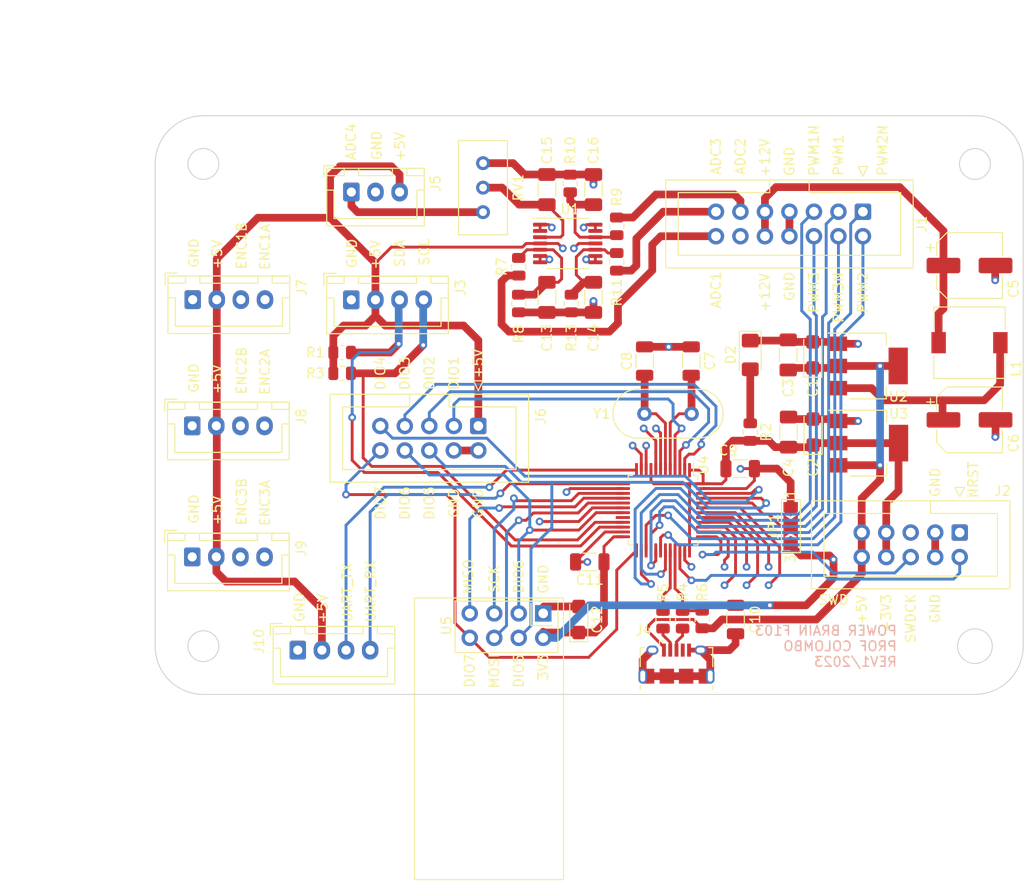
<source format=kicad_pcb>
(kicad_pcb (version 20221018) (generator pcbnew)
  (title_block (title "POWER BRAIN F103") (date "2023-11-22") (rev "REV1") (company "Instituto Tecnologico de Aeronautica (ITA)") (comment 1 "PROF. COLOMBO"))
  (layers (0 "F.Cu" signal) (1 "In1.Cu" signal) (2 "In2.Cu" signal) (31 "B.Cu" signal) (34 "B.Paste" user) (35 "F.Paste" user) (36 "B.SilkS" user "B.Silkscreen") (37 "F.SilkS" user "F.Silkscreen") (38 "B.Mask" user) (39 "F.Mask" user) (44 "Edge.Cuts" user))
  (net 0 "")
  (net 1 "+5V")
  (net 2 "GND")
  (net 3 "+3V3")
  (net 4 "/POWER_12V")
  (net 5 "+12V")
  (net 6 "/XTAL1")
  (net 7 "/XTAL2")
  (net 8 "Net-(D2-A)")
  (net 9 "/DRIVE2_GATE_LOW")
  (net 10 "/DRIVE2_GATE_HIGH")
  (net 11 "/DRIVE1_GATE_HIGH")
  (net 12 "/DRIVE3_GATE_LOW")
  (net 13 "/DRIVE1_GATE_LOW")
  (net 14 "/DRIVE3_GATE_HIGH")
  (net 15 "/DRIVE2_SENSE_IOUT")
  (net 17 "/SENSE_VBUS")
  (net 18 "/DRIVE1_SENSE_IOUT")
  (net 19 "/NRST")
  (net 20 "/SWDIO")
  (net 21 "/SWIM")
  (net 22 "/SWDCK")
  (net 23 "Net-(J4-D-)")
  (net 24 "Net-(J4-D+)")
  (net 25 "/ADC_CH4")
  (net 26 "/GPIO_CH1")
  (net 27 "/GPIO_CH2")
  (net 28 "/GPIO_CH5")
  (net 29 "/GPIO_CH3")
  (net 30 "/GPIO_CH6")
  (net 31 "/GPIO_CH4")
  (net 32 "/GPIO_CH7")
  (net 33 "/ENC1_CHB")
  (net 34 "/ENC1_CHA")
  (net 35 "/ENC2_CHB")
  (net 36 "/ENC2_CHA")
  (net 37 "/ENC3_CHB")
  (net 38 "/ENC3_CHA")
  (net 39 "/BOOT0")
  (net 40 "/USB+")
  (net 41 "/USB-")
  (net 42 "Net-(U1A-+)")
  (net 43 "Net-(U1B-+)")
  (net 44 "Net-(U1C-+)")
  (net 45 "Net-(U1D-+)")
  (net 46 "/ADC_CH1")
  (net 47 "/ADC_CH2")
  (net 48 "/ADC_CH3")
  (net 49 "/UART_TX")
  (net 50 "/UART_RX")
  (net 51 "/SPI_SCK")
  (net 52 "/SPI_MISO")
  (net 53 "/SPI_MOSI")
  (net 55 "/I2C_SCL")
  (net 56 "/I2C_SDA")
  (net 58 "/AD4")
  (footprint "Connector_JST:JST_XH_B3B-XH-A_1x03_P2.50mm_Vertical" (layer "F.Cu") (at 130.349 72.912)
    (fp_text reference "J5")
    (fp_text value "ADC_CH4")
  )
  (footprint "Connector_IDC:IDC-Header_2x05_P2.54mm_Vertical" (layer "F.Cu") (at 143.51 97.169 -90)
    (fp_text reference "J6")
    (fp_text value "GPIO")
  )
  (footprint "Capacitor_SMD:CP_Elec_6.3x7.7" (layer "F.Cu") (at 194.437 96.534)
    (fp_text reference "C6")
    (fp_text value "100uF")
  )
  (footprint "Resistor_SMD:R_0805_2012Metric" (layer "F.Cu") (at 153.035 72.023 90)
    (fp_text reference "R10")
    (fp_text value "91k")
  )
  (footprint "Capacitor_SMD:C_1206_3216Metric_Pad1.33x1.80mm_HandSolder" (layer "F.Cu") (at 155.448 72.658 90)
    (fp_text reference "C16")
    (fp_text value "10nF")
  )
  (footprint "Resistor_SMD:R_0805_2012Metric" (layer "F.Cu") (at 171.704 97.804 -90)
    (fp_text reference "R2")
    (fp_text value "470R")
  )
  (footprint "Potentiometer_THT:Potentiometer_Bourns_3296W_Vertical" (layer "F.Cu") (at 144 75 -90)
    (fp_text reference "RV1")
    (fp_text value "10k")
  )
  (footprint "Capacitor_Tantalum_SMD:CP_EIA-3216-18_Kemet-A" (layer "F.Cu") (at 178.181 89.803 90)
    (fp_text reference "C1")
    (fp_text value "10uF")
  )
  (footprint "Connector_IDC:IDC-Header_2x05_P2.54mm_Vertical" (layer "F.Cu") (at 193.421 108.218 -90)
    (fp_text reference "J2")
    (fp_text value "SWD")
  )
  (footprint "Capacitor_SMD:C_1206_3216Metric_Pad1.33x1.80mm_HandSolder" (layer "F.Cu") (at 175.674 97.804 90)
    (fp_text reference "C4")
    (fp_text value "1uF")
  )
  (footprint "Crystal:Crystal_HC49-4H_Vertical" (layer "F.Cu") (at 165.617 95.899 180)
    (fp_text reference "Y1")
    (fp_text value "16MHz")
  )
  (footprint "Package_TO_SOT_SMD:SOT-223-3_TabPin2" (layer "F.Cu") (at 183.929 98.947)
    (fp_text reference "U3")
    (fp_text value "AMS1117-3.3")
  )
  (footprint "Jumper:SolderJumper-3_P2.0mm_Open_TrianglePad1.0x1.5mm_NumberLabels" (layer "F.Cu") (at 175.895 107.551 -90)
    (fp_text reference "JP1")
    (fp_text value "~")
  )
  (footprint "LED_SMD:LED_1206_3216Metric_Pad1.42x1.75mm_HandSolder" (layer "F.Cu") (at 171.704 89.803 -90)
    (fp_text reference "D2")
    (fp_text value "LED")
  )
  (footprint "Package_QFP:LQFP-48_7x7mm_P0.5mm" (layer "F.Cu") (at 162.659 105.9085 -90)
    (fp_text reference "U4")
    (fp_text value "STM32F103C8Tx")
  )
  (footprint "Resistor_SMD:R_0805_2012Metric" (layer "F.Cu") (at 162.659 117.2585 -90)
    (fp_text reference "R5")
    (fp_text value "22R")
  )
  (footprint "Resistor_SMD:R_0805_2012Metric" (layer "F.Cu") (at 157.861 80.151 -90)
    (fp_text reference "R11")
    (fp_text value "47k")
  )
  (footprint "Connector_JST:JST_XH_B4B-XH-A_1x04_P2.50mm_Vertical" (layer "F.Cu") (at 130.342 84.088)
    (fp_text reference "J3")
    (fp_text value "I2C")
  )
  (footprint "Capacitor_SMD:C_1206_3216Metric" (layer "F.Cu") (at 170.66 101.5905)
    (fp_text reference "C9")
    (fp_text value "1uF")
  )
  (footprint "Resistor_SMD:R_0805_2012Metric" (layer "F.Cu") (at 129.3895 91.708)
    (fp_text reference "R3")
    (fp_text value "3k3")
  )
  (footprint "Package_TO_SOT_SMD:SOT-223-3_TabPin2" (layer "F.Cu") (at 183.896 90.946)
    (fp_text reference "U2")
    (fp_text value "AMS1117-5.0")
  )
  (footprint "Connector_JST:JST_XH_B4B-XH-A_1x04_P2.50mm_Vertical" (layer "F.Cu") (at 113.892 84.071)
    (fp_text reference "J7")
    (fp_text value "ENCODER")
  )
  (footprint "Capacitor_SMD:C_1206_3216Metric" (layer "F.Cu") (at 165.58 90.438 90)
    (fp_text reference "C7")
    (fp_text value "22pF")
  )
  (footprint "Capacitor_Tantalum_SMD:CP_EIA-3216-18_Kemet-A" (layer "F.Cu") (at 153.924 117.235 90)
    (fp_text reference "C12")
    (fp_text value "10uF")
  )
  (footprint "Connector_USB:USB_Micro-B_Amphenol_10118194_Horizontal" (layer "F.Cu") (at 164.056 121.81)
    (fp_text reference "J4")
    (fp_text value "USB_B_Micro")
  )
  (footprint "Connector_JST:JST_XH_B4B-XH-A_1x04_P2.50mm_Vertical" (layer "F.Cu") (at 113.845 97.152)
    (fp_text reference "J8")
    (fp_text value "ENCODER")
  )
  (footprint "Capacitor_SMD:CP_Elec_6.3x7.7" (layer "F.Cu") (at 194.437 80.532)
    (fp_text reference "C5")
    (fp_text value "100uF")
  )
  (footprint "Connector_JST:JST_XH_B4B-XH-A_1x04_P2.50mm_Vertical" (layer "F.Cu") (at 113.845 110.741)
    (fp_text reference "J9")
    (fp_text value "ENCODER")
  )
  (footprint "Resistor_SMD:R_0805_2012Metric" (layer "F.Cu") (at 157.861 76.468 90)
    (fp_text reference "R9")
    (fp_text value "47k")
  )
  (footprint "Capacitor_SMD:C_1206_3216Metric" (layer "F.Cu") (at 155.067 111.266 180)
    (fp_text reference "C11")
    (fp_text value "100nF")
  )
  (footprint "Capacitor_SMD:C_1206_3216Metric_Pad1.33x1.80mm_HandSolder" (layer "F.Cu") (at 150.622 83.834 -90)
    (fp_text reference "C13")
    (fp_text value "10nF")
  )
  (footprint "Resistor_SMD:R_0805_2012Metric" (layer "F.Cu") (at 166.723 117.235 -90)
    (fp_text reference "R6")
    (fp_text value "1k5")
  )
  (footprint "Capacitor_SMD:C_1206_3216Metric" (layer "F.Cu") (at 170.18 117.235 -90)
    (fp_text reference "C10")
    (fp_text value "100nF")
  )
  (footprint "Resistor_SMD:R_0805_2012Metric" (layer "F.Cu") (at 147.701 80.659 -90)
    (fp_text reference "R7")
    (fp_text value "47k")
  )
  (footprint "Resistor_SMD:R_0805_2012Metric" (layer "F.Cu") (at 147.701 84.469 -90)
    (fp_text reference "R8")
    (fp_text value "91k")
  )
  (footprint "Package_SO:TSSOP-14_4.4x5mm_P0.65mm" (layer "F.Cu") (at 152.781 78.246)
    (fp_text reference "U1")
    (fp_text value "LM324")
  )
  (footprint "Inductor_SMD:L_7.3x7.3_H4.5" (layer "F.Cu") (at 194.437 88.533)
    (fp_text reference "L1")
    (fp_text value "100uH")
  )
  (footprint "Capacitor_Tantalum_SMD:CP_EIA-3216-18_Kemet-A" (layer "F.Cu") (at 178.214 97.804 90)
    (fp_text reference "C2")
    (fp_text value "10uF")
  )
  (footprint "RF_Module:nRF24L01_Breakout" (layer "F.Cu") (at 150.241 116.6 -90)
    (fp_text reference "U5")
    (fp_text value "NRF24L01")
  )
  (footprint "Connector_IDC:IDC-Header_2x07_P2.54mm_Vertical" (layer "F.Cu") (at 183.388 74.9535 -90)
    (fp_text reference "J1")
    (fp_text value "Conn_02x07_Odd_Even")
  )
  (footprint "Capacitor_SMD:C_1206_3216Metric_Pad1.33x1.80mm_HandSolder" (layer "F.Cu") (at 155.448 83.834 -90)
    (fp_text reference "C14")
    (fp_text value "10nF")
  )
  (footprint "Capacitor_SMD:C_1206_3216Metric_Pad1.33x1.80mm_HandSolder" (layer "F.Cu") (at 175.641 89.803 90)
    (fp_text reference "C3")
    (fp_text value "1uF")
  )
  (footprint "Connector_JST:JST_XH_B4B-XH-A_1x04_P2.50mm_Vertical" (layer "F.Cu") (at 124.794 120.41)
    (fp_text reference "J10")
    (fp_text value "UART")
  )
  (footprint "Capacitor_SMD:C_1206_3216Metric" (layer "F.Cu") (at 160.754 90.438 90)
    (fp_text reference "C8")
    (fp_text value "22pF")
  )
  (footprint "Resistor_SMD:R_0805_2012Metric" (layer "F.Cu") (at 164.691 117.2585 -90)
    (fp_text reference "R4")
    (fp_text value "22R")
  )
  (footprint "Resistor_SMD:R_0805_2012Metric" (layer "F.Cu") (at 153.162 84.469 -90)
    (fp_text reference "R13")
    (fp_text value "91k")
  )
  (footprint "Resistor_SMD:R_0805_2012Metric" (layer "F.Cu") (at 129.3895 89.549)
    (fp_text reference "R1")
    (fp_text value "3k3")
  )
  (footprint "Capacitor_SMD:C_1206_3216Metric_Pad1.33x1.80mm_HandSolder" (layer "F.Cu") (at 150.622 72.658 90)
    (fp_text reference "C15")
    (fp_text value "10nF")
  )
  (gr_arc (start 110 70) (mid 111.464466 66.464466) (end 115 65) (stroke (width 0.1)) (layer "Edge.Cuts"))
  (gr_arc (start 195 65) (mid 198.535534 66.464466) (end 200 70) (stroke (width 0.1)) (layer "Edge.Cuts"))
  (gr_line (start 115 65) (end 195 65) (stroke (width 0.1)) (layer "Edge.Cuts"))
  (gr_circle (center 115 70) (end 116.6 70) (stroke (width 0.1)) (fill none) (layer "Edge.Cuts"))
  (gr_circle (center 195 70) (end 196.6 70) (stroke (width 0.1)) (fill none) (layer "Edge.Cuts"))
  (gr_arc (start 115 125) (mid 111.464466 123.535534) (end 110 120) (stroke (width 0.1)) (layer "Edge.Cuts"))
  (gr_line (start 110 120) (end 110 70) (stroke (width 0.1)) (layer "Edge.Cuts"))
  (gr_circle (center 195 120) (end 195 121.8) (stroke (width 0.1)) (fill none) (layer "Edge.Cuts"))
  (gr_circle (center 115 120) (end 116.6 120) (stroke (width 0.1)) (fill none) (layer "Edge.Cuts"))
  (gr_line (start 195 125) (end 115 125) (stroke (width 0.1)) (layer "Edge.Cuts"))
  (gr_arc (start 200 120) (mid 198.535534 123.535534) (end 195 125) (stroke (width 0.1)) (layer "Edge.Cuts"))
  (gr_line (start 200 70) (end 200 120) (stroke (width 0.1)) (layer "Edge.Cuts"))
  (gr_text "POWER BRAIN F103\nPROF COLOMBO\nREV1/2023" (at 187 122.2) (layer "B.SilkS") (effects (font (size 1 1)) (justify left bottom mirror)))
  (gr_text "ENC2A" (at 121.385 91.564 90) (layer "F.SilkS") (effects (font (size 1 1))))
  (gr_text "DIO1" (at 140.97 91.708 90) (layer "F.SilkS") (effects (font (size 1 1))))
  (gr_text "DIO4" (at 133.35 91.708 90) (layer "F.SilkS") (effects (font (size 1 1))))
  (gr_text "DIO6" (at 135.89 105.17 90) (layer "F.SilkS") (effects (font (size 1 1))))
  (gr_text "PWM2" (at 183.388 83.326 90) (layer "F.SilkS") (effects (font (size 1 1))))
  (gr_text "GND" (at 175.768 69.737 90) (layer "F.SilkS") (effects (font (size 1 1))))
  (gr_text "+5V" (at 183.261 116.219 90) (layer "F.SilkS") (effects (font (size 1 1))))
  (gr_text "PWM3N" (at 180.848 83.834 90) (layer "F.SilkS") (effects (font (size 1 1))))
  (gr_text "+12V" (at 173.228 83.326 90) (layer "F.SilkS") (effects (font (size 1 1))))
  (gr_text "MISO" (at 142.494 112.79 90) (layer "F.SilkS") (effects (font (size 1 1))))
  (gr_text "DIO7" (at 133.35 105.17 90) (layer "F.SilkS") (effects (font (size 1 1))))
  (gr_text "GND" (at 114.019 105.788 90) (layer "F.SilkS") (effects (font (size 1 1))))
  (gr_text "PWM2N" (at 185.42 68.594 90) (layer "F.SilkS") (effects (font (size 1 1))))
  (gr_text "GND" (at 124.968 115.965 90) (layer "F.SilkS") (effects (font (size 1 1))))
  (gr_text "3V3" (at 150.241 122.188 90) (layer "F.SilkS") (effects (font (size 1 1))))
  (gr_text "+12V" (at 173.228 69.356 90) (layer "F.SilkS") (effects (font (size 1 1))))
  (gr_text "+5V" (at 143.51 90.692 90) (layer "F.SilkS") (effects (font (size 1 1))))
  (gr_text "ENC1B" (at 118.972 78.483 90) (layer "F.SilkS") (effects (font (size 1 1))))
  (gr_text "DIO5" (at 138.43 105.17 90) (layer "F.SilkS") (effects (font (size 1 1))))
  (gr_text "DIO3" (at 135.89 91.708 90) (layer "F.SilkS") (effects (font (size 1 1))))
  (gr_text "UART_RX" (at 132.334 114.314 90) (layer "F.SilkS") (effects (font (size 1 1))))
  (gr_text "SWDCK" (at 188.341 117.108 90) (layer "F.SilkS") (effects (font (size 1 1))))
  (gr_text "GND" (at 190.881 103.011 90) (layer "F.SilkS") (effects (font (size 1 1))))
  (gr_text "+5V" (at 135.389 68.213 90) (layer "F.SilkS") (effects (font (size 1 1))))
  (gr_text "SCL" (at 137.902 79.152 90) (layer "F.SilkS") (effects (font (size 1 1))))
  (gr_text "ADC2" (at 170.688 69.229 90) (layer "F.SilkS") (effects (font (size 1 1))))
  (gr_text "+5V" (at 116.432 105.915 90) (layer "F.SilkS") (effects (font (size 1 1))))
  (gr_text "ADC4" (at 130.309 67.705 90) (layer "F.SilkS") (effects (font (size 1 1))))
  (gr_text "+5V" (at 116.432 79.372 90) (layer "F.SilkS") (effects (font (size 1 1))))
  (gr_text "ENC3A" (at 121.385 105.153 90) (layer "F.SilkS") (effects (font (size 1 1))))
  (gr_text "ADC3" (at 168.148 69.229 90) (layer "F.SilkS") (effects (font (size 1 1))))
  (gr_text "PWM3" (at 178.308 83.326 90) (layer "F.SilkS") (effects (font (size 1 1))))
  (gr_text "ENC2B" (at 118.972 91.437 90) (layer "F.SilkS") (effects (font (size 1 1))))
  (gr_text "UART_TX" (at 129.921 114.441 90) (layer "F.SilkS") (effects (font (size 1 1))))
  (gr_text "+5V" (at 116.432 92.326 90) (layer "F.SilkS") (effects (font (size 1 1))))
  (gr_text "DIO5" (at 147.701 122.569 90) (layer "F.SilkS") (effects (font (size 1 1))))
  (gr_text "NRST" (at 194.818 102.757 90) (layer "F.SilkS") (effects (font (size 1 1))))
  (gr_text "MOSI" (at 145.161 122.569 90) (layer "F.SilkS") (effects (font (size 1 1))))
  (gr_text "GND" (at 150.241 113.044 90) (layer "F.SilkS") (effects (font (size 1 1))))
  (gr_text "DIO7" (at 142.621 122.569 90) (layer "F.SilkS") (effects (font (size 1 1))))
  (gr_text "GND" (at 114.019 79.245 90) (layer "F.SilkS") (effects (font (size 1 1))))
  (gr_text "GND" (at 114.019 92.199 90) (layer "F.SilkS") (effects (font (size 1 1))))
  (gr_text "PWM1" (at 180.848 69.102 90) (layer "F.SilkS") (effects (font (size 1 1))))
  (gr_text "PWM1N" (at 178.308 68.594 90) (layer "F.SilkS") (effects (font (size 1 1))))
  (gr_text "GND" (at 190.881 116.092 90) (layer "F.SilkS") (effects (font (size 1 1))))
  (gr_text "GND" (at 175.768 82.691 90) (layer "F.SilkS") (effects (font (size 1 1))))
  (gr_text "SDA" (at 135.362 79.279 90) (layer "F.SilkS") (effects (font (size 1 1))))
  (gr_text "+5V" (at 132.822 79.406 90) (layer "F.SilkS") (effects (font (size 1 1))))
  (gr_text "GND" (at 132.976 68.086 90) (layer "F.SilkS") (effects (font (size 1 1))))
  (gr_text "GND" (at 130.409 79.279 90) (layer "F.SilkS") (effects (font (size 1 1))))
  (gr_text "GND" (at 140.97 105.17 90) (layer "F.SilkS") (effects (font (size 1 1))))
  (gr_text "DIO2" (at 138.43 91.708 90) (layer "F.SilkS") (effects (font (size 1 1))))
  (gr_text "+3V3" (at 185.801 116.6 90) (layer "F.SilkS") (effects (font (size 1 1))))
  (gr_text "DIO6" (at 147.701 112.79 90) (layer "F.SilkS") (effects (font (size 1 1))))
  (gr_text "GND" (at 143.51 105.17 90) (layer "F.SilkS") (effects (font (size 1 1))))
  (gr_text "ADC1" (at 168.148 83.072 90) (layer "F.SilkS") (effects (font (size 1 1))))
  (gr_text "SWD" (at 180.34 115.203) (layer "F.SilkS") (effects (font (size 1 1))))
  (gr_text "SCK" (at 145.161 113.044 90) (layer "F.SilkS") (effects (font (size 1 1))))
  (gr_text "ENC3B" (at 118.972 105.026 90) (layer "F.SilkS") (effects (font (size 1 1))))
  (gr_text "ENC1A" (at 121.385 78.61 90) (layer "F.SilkS") (effects (font (size 1 1))))
  (gr_text "+5V" (at 127.381 116.092 90) (layer "F.SilkS") (effects (font (size 1 1))))
  (segment (start 185.166 102.757) (end 185.166 101.233) (width 0.8) (layer "F.Cu") (net 1))
  (segment (start 151.765 78.246) (end 149.9185 78.246) (width 0.3) (layer "F.Cu") (net 1))
  (segment (start 180.746 90.946) (end 185.166 90.946) (width 0.8) (layer "F.Cu") (net 1))
  (segment (start 141.986 86.755) (end 143.51 88.279) (width 0.8) (layer "F.Cu") (net 1))
  (segment (start 167.8705 118.1475) (end 168.783 117.235) (width 0.8) (layer "F.Cu") (net 1))
  (segment (start 128.477 89.549) (end 128.477 91.708) (width 0.8) (layer "F.Cu") (net 1))
  (segment (start 128.143 75.579) (end 132.842 80.278) (width 0.8) (layer "F.Cu") (net 1))
  (segment (start 117.348 113.298) (end 116.345 112.295) (width 0.8) (layer "F.Cu") (net 1))
  (segment (start 124.46 113.298) (end 117.348 113.298) (width 0.8) (layer "F.Cu") (net 1))
  (segment (start 127.294 120.41) (end 127.294 116.132) (width 0.8) (layer "F.Cu") (net 1))
  (segment (start 183.261 108.218) (end 183.261 110.758) (width 0.8) (layer "F.Cu") (net 1))
  (segment (start 133.858 86.755) (end 141.986 86.755) (width 0.8) (layer "F.Cu") (net 1))
  (segment (start 135.349 72.912) (end 135.349 71.101) (width 0.8) (layer "F.Cu") (net 1))
  (segment (start 116.345 112.295) (end 116.345 110.741) (width 0.8) (layer "F.Cu") (net 1))
  (segment (start 178.181 91.153) (end 175.8535 91.153) (width 0.8) (layer "F.Cu") (net 1))
  (segment (start 120.65 75.579) (end 128.143 75.579) (width 0.8) (layer "F.Cu") (net 1))
  (segment (start 162.756 120.098) (end 161.163 118.505) (width 0.3) (layer "F.Cu") (net 1))
  (segment (start 134.493 70.245) (end 129.159 70.245) (width 0.8) (layer "F.Cu") (net 1))
  (segment (start 116.392 79.837) (end 120.65 75.579) (width 0.8) (layer "F.Cu") (net 1))
  (segment (start 152.273 78.754) (end 151.765 78.246) (width 0.3) (layer "F.Cu") (net 1))
  (segment (start 132.842 85.739) (end 133.858 86.755) (width 0.8) (layer "F.Cu") (net 1))
  (segment (start 162.756 120.41) (end 162.756 120.098) (width 0.3) (layer "F.Cu") (net 1))
  (segment (start 129.54 86.755) (end 131.826 86.755) (width 0.8) (layer "F.Cu") (net 1))
  (segment (start 161.163 118.505) (end 161.163 117.87) (width 0.3) (layer "F.Cu") (net 1))
  (segment (start 128.477 87.818) (end 129.54 86.755) (width 0.8) (layer "F.Cu") (net 1))
  (segment (start 132.842 84.088) (end 132.842 85.739) (width 0.8) (layer "F.Cu") (net 1))
  (segment (start 183.261 108.218) (end 183.261 104.662) (width 0.8) (layer "F.Cu") (net 1))
  (segment (start 175.8535 91.153) (end 175.641 91.3655) (width 0.8) (layer "F.Cu") (net 1))
  (segment (start 149.9185 78.246) (end 148.463 78.246) (width 0.3) (layer "F.Cu") (net 1))
  (segment (start 161.798 117.235) (end 165.8105 117.235) (width 0.3) (layer "F.Cu") (net 1))
  (segment (start 165.8105 117.235) (end 166.723 118.1475) (width 0.3) (layer "F.Cu") (net 1))
  (segment (start 166.723 118.1475) (end 167.8705 118.1475) (width 0.8) (layer "F.Cu") (net 1))
  (segment (start 129.159 70.245) (end 128.143 71.261) (width 0.8) (layer "F.Cu") (net 1))
  (segment (start 132.842 80.278) (end 132.842 84.088) (width 0.8) (layer "F.Cu") (net 1))
  (segment (start 143.51 88.279) (end 143.51 97.169) (width 0.8) (layer "F.Cu") (net 1))
  (segment (start 148.082 78.627) (end 134.493 78.627) (width 0.3) (layer "F.Cu") (net 1))
  (segment (start 183.261 112.536) (end 183.261 110.758) (width 0.8) (layer "F.Cu") (net 1))
  (segment (start 178.181 91.153) (end 180.539 91.153) (width 0.8) (layer "F.Cu") (net 1))
  (segment (start 131.826 86.755) (end 132.842 85.739) (width 0.8) (layer "F.Cu") (net 1))
  (segment (start 116.392 84.071) (end 116.392 110.694) (width 0.8) (layer "F.Cu") (net 1))
  (segment (start 135.349 71.101) (end 134.493 70.245) (width 0.8) (layer "F.Cu") (net 1))
  (segment (start 134.493 78.627) (end 132.842 80.278) (width 0.3) (layer "F.Cu") (net 1))
  (segment (start 185.166 90.946) (end 187.046 90.946) (width 0.8) (layer "F.Cu") (net 1))
  (segment (start 168.783 117.235) (end 178.562 117.235) (width 0.8) (layer "F.Cu") (net 1))
  (segment (start 116.392 84.071) (end 116.392 79.837) (width 0.8) (layer "F.Cu") (net 1))
  (segment (start 180.539 91.153) (end 180.746 90.946) (width 0.8) (layer "F.Cu") (net 1))
  (segment (start 128.477 89.549) (end 128.477 87.818) (width 0.8) (layer "F.Cu") (net 1))
  (segment (start 128.143 71.261) (end 128.143 75.579) (width 0.8) (layer "F.Cu") (net 1))
  (segment (start 161.163 117.87) (end 161.798 117.235) (width 0.3) (layer "F.Cu") (net 1))
  (segment (start 183.261 104.662) (end 185.166 102.757) (width 0.8) (layer "F.Cu") (net 1))
  (segment (start 185.166 101.233) (end 180.793 101.233) (width 0.8) (layer "F.Cu") (net 1))
  (segment (start 178.562 117.235) (end 183.261 112.536) (width 0.8) (layer "F.Cu") (net 1))
  (segment (start 148.463 78.246) (end 148.082 78.627) (width 0.3) (layer "F.Cu") (net 1))
  (segment (start 127.294 116.132) (end 124.46 113.298) (width 0.8) (layer "F.Cu") (net 1))
  (via (at 185.166 90.946) (size 0.8) (drill 0.4) (layers "F.Cu" "B.Cu") (net 1))
  (via (at 152.273 78.754) (size 0.8) (drill 0.4) (layers "F.Cu" "B.Cu") (net 1))
  (via (at 185.166 101.233) (size 0.8) (drill 0.4) (layers "F.Cu" "B.Cu") (net 1))
  (segment (start 185.166 90.946) (end 185.166 101.233) (width 0.8) (layer "B.Cu") (net 1))
  (segment (start 163.244 88.963) (end 165.58 88.963) (width 0.8) (layer "F.Cu") (net 2))
  (segment (start 178.214 96.454) (end 175.8865 96.454) (width 0.8) (layer "F.Cu") (net 2))
  (segment (start 180.746 88.646) (end 182.866 88.646) (width 0.8) (layer "F.Cu") (net 2))
  (segment (start 182.866 88.646) (end 182.88 88.66) (width 0.8) (layer "F.Cu") (net 2))
  (segment (start 169.545 120.41) (end 170.18 119.775) (width 0.8) (layer "F.Cu") (net 2))
  (segment (start 166.8215 103.6585) (end 171.3105 103.6585) (width 0.3) (layer "F.Cu") (net 2))
  (segment (start 180.553 88.453) (end 180.746 88.646) (width 0.8) (layer "F.Cu") (net 2))
  (segment (start 175.8535 88.453) (end 175.641 88.2405) (width 0.8) (layer "F.Cu") (net 2))
  (segment (start 175.8865 96.454) (end 175.674 96.2415) (width 0.8) (layer "F.Cu") (net 2))
  (segment (start 175.768 74.9535) (end 175.768 77.4935) (width 0.8) (layer "F.Cu") (net 2))
  (segment (start 164.909 111.075) (end 164.909 110.071) (width 0.3) (layer "F.Cu") (net 2))
  (segment (start 148.2975 71.0955) (end 147.122 69.92) (width 0.8) (layer "F.Cu") (net 2))
  (segment (start 166.556 120.41) (end 169.545 120.41) (width 0.8) (layer "F.Cu") (net 2))
  (segment (start 160.655 97.423) (end 161.909 98.677) (width 0.3) (layer "F.Cu") (net 2))
  (segment (start 155.448 71.0955) (end 148.2975 71.0955) (width 0.8) (layer "F.Cu") (net 2))
  (segment (start 170.18 119.775) (end 170.18 118.71) (width 0.8) (layer "F.Cu") (net 2))
  (segment (start 153.592 111.266) (end 154.813 111.266) (width 0.3) (layer "F.Cu") (net 2))
  (segment (start 158.4965 108.1585) (end 156.6505 108.1585) (width 0.3) (layer "F.Cu") (net 2))
  (segment (start 190.881 108.218) (end 190.881 110.758) (width 0.8) (layer "F.Cu") (net 2))
  (segment (start 150.321 115.885) (end 150.241 115.965) (width 0.8) (layer "F.Cu") (net 2))
  (segment (start 140.97 99.709) (end 143.51 99.709) (width 0.8) (layer "F.Cu") (net 2))
  (segment (start 163.244 88.963) (end 160.754 88.963) (width 0.8) (layer "F.Cu") (net 2))
  (segment (start 167.556 121.41) (end 166.556 120.41) (width 0.8) (layer "F.Cu") (net 2))
  (segment (start 180.586 96.454) (end 180.779 96.647) (width 0.8) (layer "F.Cu") (net 2))
  (segment (start 156.6505 108.1585) (end 153.592 111.217) (width 0.3) (layer "F.Cu") (net 2))
  (segment (start 155.448 85.3965) (end 155.448 84.215) (width 0.8) (layer "F.Cu") (net 2))
  (segment (start 160.556 123.11) (end 167.556 123.11) (width 0.8) (layer "F.Cu") (net 2))
  (segment (start 178.181 88.453) (end 175.8535 88.453) (width 0.8) (layer "F.Cu") (net 2))
  (segment (start 197.137 96.534) (end 197.137 98.279) (width 0.8) (layer "F.Cu") (net 2))
  (segment (start 147.122 69.92) (end 144 69.92) (width 0.8) (layer "F.Cu") (net 2))
  (segment (start 171.3105 103.6585) (end 172.135 102.834) (width 0.3) (layer "F.Cu") (net 2))
  (segment (start 172.135 102.834) (end 172.135 101.5905) (width 0.3) (layer "F.Cu") (net 2))
  (segment (start 147.716 85.3965) (end 147.701 85.3815) (width 0.8) (layer "F.Cu") (net 2))
  (segment (start 172.135 101.5905) (end 174.4745 101.5905) (width 0.8) (layer "F.Cu") (net 2))
  (segment (start 182.866 96.647) (end 182.88 96.661) (width 0.8) (layer "F.Cu") (net 2))
  (segment (start 170.7115 101.5905) (end 170.688 101.614) (width 0.3) (layer "F.Cu") (net 2))
  (segment (start 178.181 88.453) (end 180.553 88.453) (width 0.8) (layer "F.Cu") (net 2))
  (segment (start 180.779 96.647) (end 182.866 96.647) (width 0.8) (layer "F.Cu") (net 2))
  (segment (start 175.895 103.011) (end 175.895 105.551) (width 0.8) (layer "F.Cu") (net 2))
  (segment (start 153.924 115.885) (end 150.321 115.885) (width 0.8) (layer "F.Cu") (net 2))
  (segment (start 155.448 85.3965) (end 147.716 85.3965) (width 0.8) (layer "F.Cu") (net 2))
  (segment (start 153.924 78.246) (end 153.416 78.754) (width 0.3) (layer "F.Cu") (net 2))
  (segment (start 155.6435 78.246) (end 153.924 78.246) (width 0.3) (layer "F.Cu") (net 2))
  (segment (start 197.104 82.056) (end 197.104 80.692) (width 0.8) (layer "F.Cu") (net 2))
  (segment (start 178.214 96.454) (end 180.586 96.454) (width 0.8) (layer "F.Cu") (net 2))
  (segment (start 171.704 88.3155) (end 175.566 88.3155) (width 0.8) (layer "F.Cu") (net 2))
  (segment (start 160.556 123.11) (end 160.556 121.41) (width 0.8) (layer "F.Cu") (net 2))
  (segment (start 160.556 121.41) (end 161.556 120.41) (width 0.8) (layer "F.Cu") (net 2))
  (segment (start 172.135 101.5905) (end 170.7115 101.5905) (width 0.3) (layer "F.Cu") (net 2))
  (segment (start 165.481 120.41) (end 166.556 120.41) (width 0.5) (layer "F.Cu") (net 2))
  (segment (start 153.592 111.217) (end 153.592 111.266) (width 0.3) (layer "F.Cu") (net 2))
  (segment (start 175.566 88.3155) (end 175.641 88.2405) (width 0.8) (layer "F.Cu") (net 2))
  (segment (start 161.909 98.677) (end 161.909 101.746) (width 0.3) (layer "F.Cu") (net 2))
  (segment (start 174.4745 101.5905) (end 175.895 103.011) (width 0.8) (layer "F.Cu") (net 2))
  (segment (start 165.608 111.774) (end 164.909 111.075) (width 0.3) (layer "F.Cu") (net 2))
  (segment (start 167.556 123.11) (end 167.556 121.41) (width 0.8) (layer "F.Cu") (net 2))
  (segment (start 155.448 71.0955) (end 155.448 72.15) (width 0.8) (layer "F.Cu") (net 2))
  (via (at 197.104 98.312) (size 0.8) (drill 0.4) (layers "F.Cu" "B.Cu") (net 2))
  (via (at 182.88 96.661) (size 0.8) (drill 0.4) (layers "F.Cu" "B.Cu") (net 2))
  (via (at 163.244 88.963) (size 0.8) (drill 0.4) (layers "F.Cu" "B.Cu") (net 2))
  (via (at 197.104 82.056) (size 0.8) (drill 0.4) (layers "F.Cu" "B.Cu") (net 2))
  (via (at 182.88 88.66) (size 0.8) (drill 0.4) (layers "F.Cu" "B.Cu") (net 2))
  (via (at 170.688 101.614) (size 0.8) (drill 0.4) (layers "F.Cu" "B.Cu") (net 2))
  (via (at 165.608 111.774) (size 0.8) (drill 0.4) (layers "F.Cu" "B.Cu") (net 2))
  (via (at 160.655 97.423) (size 0.8) (drill 0.4) (layers "F.Cu" "B.Cu") (net 2))
  (via (at 153.416 78.754) (size 0.8) (drill 0.4) (layers "F.Cu" "B.Cu") (net 2))
  (via (at 154.813 111.266) (size 0.8) (drill 0.4) (layers "F.Cu" "B.Cu") (net 2))
  (via (at 155.448 72.15) (size 0.8) (drill 0.4) (layers "F.Cu" "B.Cu") (net 2))
  (via (at 155.448 84.215) (size 0.8) (drill 0.4) (layers "F.Cu" "B.Cu") (net 2))
  (segment (start 175.674 99.3665) (end 178.0015 99.3665) (width 0.8) (layer "F.Cu") (net 3))
  (segment (start 178.0015 99.3665) (end 178.214 99.154) (width 0.8) (layer "F.Cu") (net 3))
  (segment (start 153.924 118.585) (end 150.321 118.585) (width 0.8) (layer "F.Cu") (net 3))
  (segment (start 161.6915 103.1585) (end 165.354 103.1585) (width 0.3) (layer "F.Cu") (net 3))
  (segment (start 173.6325 98.7165) (end 174.2825 99.3665) (width 0.8) (layer "F.Cu") (net 3))
  (segment (start 156.542 117.665) (end 155.622 118.585) (width 0.8) (layer "F.Cu") (net 3))
  (segment (start 155.622 118.585) (end 153.924 118.585) (width 0.8) (layer "F.Cu") (net 3))
  (segment (start 176.943 110.599) (end 179.927 110.599) (width 0.8) (layer "F.Cu") (net 3))
  (segment (start 166.8215 103.1585) (end 166.8215 102.1925) (width 0.3) (layer "F.Cu") (net 3))
  (segment (start 156.542 111.266) (end 156.542 117.665) (width 0.8) (layer "F.Cu") (net 3))
  (segment (start 179.927 110.599) (end 180.34 111.012) (width 0.8) (layer "F.Cu") (net 3))
  (segment (start 187.079 98.947) (end 187.079 103.892) (width 0.8) (layer "F.Cu") (net 3))
  (segment (start 156.542 109.664) (end 156.542 111.266) (width 0.3) (layer "F.Cu") (net 3))
  (segment (start 157.5475 108.6585) (end 156.542 109.664) (width 0.3) (layer "F.Cu") (net 3))
  (segment (start 158.4965 108.6585) (end 157.5475 108.6585) (width 0.3) (layer "F.Cu") (net 3))
  (segment (start 165.354 103.1585) (end 166.8215 103.1585) (width 0.3) (layer "F.Cu") (net 3))
  (segment (start 180.779 98.947) (end 178.421 98.947) (width 0.8) (layer "F.Cu") (net 3))
  (segment (start 166.8215 102.1925) (end 166.375 101.746) (width 0.3) (layer "F.Cu") (net 3))
  (segment (start 171.831 98.7165) (end 171.8075 98.693) (width 0.8) (layer "F.Cu") (net 3))
  (segment (start 165.409 110.071) (end 165.409 103.2135) (width 0.3) (layer "F.Cu") (net 3))
  (segment (start 169.185 102.736) (end 168.7625 103.1585) (width 0.3) (layer "F.Cu") (net 3))
  (segment (start 169.185 101.5905) (end 169.185 102.736) (width 0.3) (layer "F.Cu") (net 3))
  (segment (start 161.409 101.746) (end 161.409 102.876) (width 0.3) (layer "F.Cu") (net 3))
  (segment (start 180.779 98.947) (end 187.079 98.947) (width 0.8) (layer "F.Cu") (net 3))
  (segment (start 178.421 98.947) (end 178.214 99.154) (width 0.8) (layer "F.Cu") (net 3))
  (segment (start 168.7625 103.1585) (end 166.8215 103.1585) (width 0.3) (layer "F.Cu") (net 3))
  (segment (start 169.185 99.434) (end 169.185 101.5905) (width 0.8) (layer "F.Cu") (net 3))
  (segment (start 180.34 112.917) (end 177.497 115.76) (width 0.8) (layer "F.Cu") (net 3))
  (segment (start 185.801 108.218) (end 185.801 110.758) (width 0.8) (layer "F.Cu") (net 3))
  (segment (start 187.079 103.892) (end 185.801 105.17) (width 0.8) (layer "F.Cu") (net 3))
  (segment (start 185.801 105.17) (end 185.801 108.218) (width 0.8) (layer "F.Cu") (net 3))
  (segment (start 161.409 102.876) (end 161.6915 103.1585) (width 0.3) (layer "F.Cu") (net 3))
  (segment (start 166.375 101.746) (end 165.409 101.746) (width 0.3) (layer "F.Cu") (net 3))
  (segment (start 177.497 115.76) (end 170.18 115.76) (width 0.8) (layer "F.Cu") (net 3))
  (segment (start 180.34 111.012) (end 180.34 112.917) (width 0.8) (layer "F.Cu") (net 3))
  (segment (start 150.321 118.585) (end 150.241 118.505) (width 0.8) (layer "F.Cu") (net 3))
  (segment (start 169.926 98.693) (end 169.185 99.434) (width 0.8) (layer "F.Cu") (net 3))
  (segment (start 171.831 98.7165) (end 173.6325 98.7165) (width 0.8) (layer "F.Cu") (net 3))
  (segment (start 171.8075 98.693) (end 169.926 98.693) (width 0.8) (layer "F.Cu") (net 3))
  (segment (start 175.895 109.551) (end 176.943 110.599) (width 0.8) (layer "F.Cu") (net 3))
  (segment (start 174.2825 99.3665) (end 175.674 99.3665) (width 0.8) (layer "F.Cu") (net 3))
  (via (at 173.736 115.76) (size 0.8) (drill 0.4) (layers "F.Cu" "B.Cu") (net 3))
  (via (at 180.34 111.012) (size 0.8) (drill 0.4) (layers "F.Cu" "B.Cu") (net 3))
  (segment (start 173.736 115.76) (end 155.018 115.76) (width 0.8) (layer "B.Cu") (net 3))
  (segment (start 151.638 119.14) (end 150.241 119.14) (width 0.8) (layer "B.Cu") (net 3))
  (segment (start 155.018 115.76) (end 151.638 119.14) (width 0.8) (layer "B.Cu") (net 3))
  (segment (start 173.228 77.4935) (end 173.228 74.9535) (width 0.8) (layer "F.Cu") (net 4))
  (segment (start 173.228 73.547) (end 173.228 74.9535) (width 0.8) (layer "F.Cu") (net 4))
  (segment (start 191.237 85.51) (end 191.737 85.01) (width 0.8) (layer "F.Cu") (net 4))
  (segment (start 187.198 72.404) (end 174.371 72.404) (width 0.8) (layer "F.Cu") (net 4))
  (segment (start 191.737 85.01) (end 191.737 76.943) (width 0.8) (layer "F.Cu") (net 4))
  (segment (start 191.237 88.533) (end 191.237 85.51) (width 0.8) (layer "F.Cu") (net 4))
  (segment (start 191.737 76.943) (end 187.198 72.404) (width 0.8) (layer "F.Cu") (net 4))
  (segment (start 174.371 72.404) (end 173.228 73.547) (width 0.8) (layer "F.Cu") (net 4))
  (segment (start 195.961 94.502) (end 197.612 92.851) (width 0.8) (layer "F.Cu") (net 5))
  (segment (start 180.746 93.246) (end 184.291 93.246) (width 0.8) (layer "F.Cu") (net 5))
  (segment (start 184.291 93.246) (end 185.547 94.502) (width 0.8) (layer "F.Cu") (net 5))
  (segment (start 185.547 94.502) (end 195.961 94.502) (width 0.8) (layer "F.Cu") (net 5))
  (segment (start 197.612 88.558) (end 197.637 88.533) (width 0.8) (layer "F.Cu") (net 5))
  (segment (start 191.643 96.534) (end 191.643 94.502) (width 0.8) (layer "F.Cu") (net 5))
  (segment (start 197.612 92.851) (end 197.612 88.558) (width 0.8) (layer "F.Cu") (net 5))
  (segment (start 164.338 95.899) (end 165.617 95.899) (width 0.3) (layer "F.Cu") (net 6))
  (segment (start 163.409 96.828) (end 164.338 95.899) (width 0.3) (layer "F.Cu") (net 6))
  (segment (start 163.409 101.746) (end 163.409 96.828) (width 0.3) (layer "F.Cu") (net 6))
  (segment (start 165.617 95.899) (end 165.617 91.95) (width 0.8) (layer "F.Cu") (net 6))
  (segment (start 160.754 91.913) (end 160.754 95.882) (width 0.8) (layer "F.Cu") (net 7))
  (segment (start 162.909 101.746) (end 162.909 96.883) (width 0.3) (layer "F.Cu") (net 7))
  (segment (start 161.925 95.899) (end 160.737 95.899) (width 0.3) (layer "F.Cu") (net 7))
  (segment (start 162.909 96.883) (end 161.925 95.899) (width 0.3) (layer "F.Cu") (net 7))
  (segment (start 171.704 91.2905) (end 171.704 96.8915) (width 0.8) (layer "F.Cu") (net 8))
  (segment (start 163.195 106.44) (end 161.925 106.44) (width 0.3) (layer "F.Cu") (net 9))
  (segment (start 161.925 106.44) (end 160.909 107.456) (width 0.3) (layer "F.Cu") (net 9))
  (segment (start 160.909 107.456) (end 160.909 110.071) (width 0.3) (layer "F.Cu") (net 9))
  (via (at 163.195 106.44) (size 0.8) (drill 0.4) (layers "F.Cu" "B.Cu") (net 9))
  (segment (start 180.467 87.136) (end 182.118 85.485) (width 0.3) (layer "B.Cu") (net 9))
  (segment (start 180.467 106.623) (end 180.467 87.136) (width 0.3) (layer "B.Cu") (net 9))
  (segment (start 178.237 108.853) (end 180.467 106.623) (width 0.3) (layer "B.Cu") (net 9))
  (segment (start 163.195 106.44) (end 165.608 108.853) (width 0.3) (layer "B.Cu") (net 9))
  (segment (start 182.118 76.214) (end 183.3785 74.9535) (width 0.3) (layer "B.Cu") (net 9))
  (segment (start 183.3785 74.9535) (end 183.388 74.9535) (width 0.3) (layer "B.Cu") (net 9))
  (segment (start 182.118 85.485) (end 182.118 76.214) (width 0.3) (layer "B.Cu") (net 9))
  (segment (start 165.608 108.853) (end 178.237 108.853) (width 0.3) (layer "B.Cu") (net 9))
  (segment (start 163.195 108.472) (end 162.687 108.472) (width 0.3) (layer "F.Cu") (net 10))
  (segment (start 162.687 108.472) (end 162.409 108.75) (width 0.3) (layer "F.Cu") (net 10))
  (segment (start 162.409 108.75) (end 162.409 110.071) (width 0.3) (layer "F.Cu") (net 10))
  (via (at 163.195 108.472) (size 0.8) (drill 0.4) (layers "F.Cu" "B.Cu") (net 10))
  (segment (start 181.102 107.098) (end 181.102 87.898) (width 0.3) (layer "B.Cu") (net 10))
  (segment (start 181.102 87.898) (end 183.388 85.612) (width 0.3) (layer "B.Cu") (net 10))
  (segment (start 163.195 108.472) (end 164.211 109.488) (width 0.3) (layer "B.Cu") (net 10))
  (segment (start 164.211 109.488) (end 178.712 109.488) (width 0.3) (layer "B.Cu") (net 10))
  (segment (start 183.388 85.612) (end 183.388 77.4935) (width 0.3) (layer "B.Cu") (net 10))
  (segment (start 178.712 109.488) (end 181.102 107.098) (width 0.3) (layer "B.Cu") (net 10))
  (segment (start 161.909 111.155) (end 161.909 110.071) (width 0.3) (layer "F.Cu") (net 11))
  (segment (start 161.417 111.647) (end 161.909 111.155) (width 0.3) (layer "F.Cu") (net 11))
  (via (at 161.417 111.647) (size 0.8) (drill 0.4) (layers "F.Cu" "B.Cu") (net 11))
  (segment (start 179.197 105.803) (end 179.197 85.866) (width 0.3) (layer "B.Cu") (net 11))
  (segment (start 162.56 104.916) (end 163.957 104.916) (width 0.3) (layer "B.Cu") (net 11))
  (segment (start 179.197 85.866) (end 179.578 85.485) (width 0.3) (layer "B.Cu") (net 11))
  (segment (start 161.417 111.647) (end 161.417 106.059) (width 0.3) (layer "B.Cu") (net 11))
  (segment (start 166.624 107.583) (end 177.417 107.583) (width 0.3) (layer "B.Cu") (net 11))
  (segment (start 163.957 104.916) (end 166.624 107.583) (width 0.3) (layer "B.Cu") (net 11))
  (segment (start 179.578 85.485) (end 179.578 76.2235) (width 0.3) (layer "B.Cu") (net 11))
  (segment (start 177.417 107.583) (end 179.197 105.803) (width 0.3) (layer "B.Cu") (net 11))
  (segment (start 179.578 76.2235) (end 180.848 74.9535) (width 0.3) (layer "B.Cu") (net 11))
  (segment (start 161.417 106.059) (end 162.56 104.916) (width 0.3) (layer "B.Cu") (net 11))
  (segment (start 162.306 107.456) (end 161.409 108.353) (width 0.3) (layer "F.Cu") (net 12))
  (segment (start 161.409 108.353) (end 161.409 110.071) (width 0.3) (layer "F.Cu") (net 12))
  (via (at 162.306 107.456) (size 0.8) (drill 0.4) (layers "F.Cu" "B.Cu") (net 12))
  (segment (start 162.306 106.059) (end 162.814 105.551) (width 0.3) (layer "B.Cu") (net 12))
  (segment (start 162.306 107.456) (end 162.306 106.059) (width 0.3) (layer "B.Cu") (net 12))
  (segment (start 177.782 108.218) (end 179.832 106.168) (width 0.3) (layer "B.Cu") (net 12))
  (segment (start 179.832 106.168) (end 179.832 86.501) (width 0.3) (layer "B.Cu") (net 12))
  (segment (start 179.832 86.501) (end 180.848 85.485) (width 0.3) (layer "B.Cu") (net 12))
  (segment (start 162.814 105.551) (end 163.703 105.551) (width 0.3) (layer "B.Cu") (net 12))
  (segment (start 180.848 85.485) (end 180.848 77.4935) (width 0.3) (layer "B.Cu") (net 12))
  (segment (start 163.703 105.551) (end 166.37 108.218) (width 0.3) (layer "B.Cu") (net 12))
  (segment (start 166.37 108.218) (end 177.782 108.218) (width 0.3) (layer "B.Cu") (net 12))
  (segment (start 160.409 112.544) (end 160.409 110.071) (width 0.3) (layer "F.Cu") (net 13))
  (segment (start 161.417 113.552) (end 160.409 112.544) (width 0.3) (layer "F.Cu") (net 13))
  (via (at 161.417 113.552) (size 0.8) (drill 0.4) (layers "F.Cu" "B.Cu") (net 13))
  (segment (start 167.132 106.313) (end 176.687 106.313) (width 0.3) (layer "B.Cu") (net 13))
  (segment (start 161.925 103.646) (end 164.465 103.646) (width 0.3) (layer "B.Cu") (net 13))
  (segment (start 161.417 113.552) (end 160.401 113.552) (width 0.3) (layer "B.Cu") (net 13))
  (segment (start 159.766 112.917) (end 159.766 105.805) (width 0.3) (layer "B.Cu") (net 13))
  (segment (start 177.038 85.231) (end 177.038 76.2235) (width 0.3) (layer "B.Cu") (net 13))
  (segment (start 177.927 105.073) (end 177.927 86.12) (width 0.3) (layer "B.Cu") (net 13))
  (segment (start 176.687 106.313) (end 177.927 105.073) (width 0.3) (layer "B.Cu") (net 13))
  (segment (start 177.927 86.12) (end 177.038 85.231) (width 0.3) (layer "B.Cu") (net 13))
  (segment (start 160.401 113.552) (end 159.766 112.917) (width 0.3) (layer "B.Cu") (net 13))
  (segment (start 164.465 103.646) (end 167.132 106.313) (width 0.3) (layer "B.Cu") (net 13))
  (segment (start 159.766 105.805) (end 161.925 103.646) (width 0.3) (layer "B.Cu") (net 13))
  (segment (start 177.038 76.2235) (end 178.308 74.9535) (width 0.3) (layer "B.Cu") (net 13))
  (segment (start 162.909 112.06) (end 162.909 110.071) (width 0.3) (layer "F.Cu") (net 14))
  (segment (start 162.433 112.536) (end 162.909 112.06) (width 0.3) (layer "F.Cu") (net 14))
  (via (at 162.433 112.536) (size 0.8) (drill 0.4) (layers "F.Cu" "B.Cu") (net 14))
  (segment (start 166.878 106.948) (end 177.0815 106.948) (width 0.3) (layer "B.Cu") (net 14))
  (segment (start 178.562 85.739) (end 178.308 85.485) (width 0.3) (layer "B.Cu") (net 14))
  (segment (start 178.308 85.485) (end 178.308 77.4935) (width 0.3) (layer "B.Cu") (net 14))
  (segment (start 160.401 106.186) (end 162.306 104.281) (width 0.3) (layer "B.Cu") (net 14))
  (segment (start 162.306 104.281) (end 164.211 104.281) (width 0.3) (layer "B.Cu") (net 14))
  (segment (start 162.433 112.536) (end 160.909 112.536) (width 0.3) (layer "B.Cu") (net 14))
  (segment (start 177.0815 106.948) (end 178.562 105.4675) (width 0.3) (layer "B.Cu") (net 14))
  (segment (start 178.562 105.4675) (end 178.562 85.739) (width 0.3) (layer "B.Cu") (net 14))
  (segment (start 164.211 104.281) (end 166.878 106.948) (width 0.3) (layer "B.Cu") (net 14))
  (segment (start 160.909 112.536) (end 160.401 112.028) (width 0.3) (layer "B.Cu") (net 14))
  (segment (start 160.401 112.028) (end 160.401 106.186) (width 0.3) (layer "B.Cu") (net 14))
  (segment (start 170.053 73.166) (end 170.688 73.801) (width 0.8) (layer "F.Cu") (net 15))
  (segment (start 157.861 75.5555) (end 159.5355 75.5555) (width 0.8) (layer "F.Cu") (net 15))
  (segment (start 161.925 73.166) (end 170.053 73.166) (width 0.8) (layer "F.Cu") (net 15))
  (segment (start 159.5355 75.5555) (end 161.925 73.166) (width 0.8) (layer "F.Cu") (net 15))
  (segment (start 170.688 73.801) (end 170.688 74.9535) (width 0.8) (layer "F.Cu") (net 15))
  (segment (start 159.3615 81.0635) (end 157.861 81.0635) (width 0.8) (layer "F.Cu") (net 17))
  (segment (start 159.893 80.532) (end 159.3615 81.0635) (width 0.8) (layer "F.Cu") (net 17))
  (segment (start 159.893 77.738) (end 159.893 80.532) (width 0.8) (layer "F.Cu") (net 17))
  (segment (start 162.6775 74.9535) (end 159.893 77.738) (width 0.8) (layer "F.Cu") (net 17))
  (segment (start 168.148 74.9535) (end 162.6775 74.9535) (width 0.8) (layer "F.Cu") (net 17))
  (segment (start 157.099 87.39) (end 146.685 87.39) (width 0.8) (layer "F.Cu") (net 18))
  (segment (start 145.923 82.183) (end 146.5345 81.5715) (width 0.8) (layer "F.Cu") (net 18))
  (segment (start 161.544 78.373) (end 161.544 81.04) (width 0.8) (layer "F.Cu") (net 18))
  (segment (start 146.685 87.39) (end 145.923 86.628) (width 0.8) (layer "F.Cu") (net 18))
  (segment (start 161.544 81.04) (end 157.988 84.596) (width 0.8) (layer "F.Cu") (net 18))
  (segment (start 168.148 77.4935) (end 162.4235 77.4935) (width 0.8) (layer "F.Cu") (net 18))
  (segment (start 145.923 86.628) (end 145.923 82.183) (width 0.8) (layer "F.Cu") (net 18))
  (segment (start 146.5345 81.5715) (end 147.701 81.5715) (width 0.8) (layer "F.Cu") (net 18))
  (segment (start 157.988 86.501) (end 157.099 87.39) (width 0.8) (layer "F.Cu") (net 18))
  (segment (start 162.4235 77.4935) (end 161.544 78.373) (width 0.8) (layer "F.Cu") (net 18))
  (segment (start 157.988 84.596) (end 157.988 86.501) (width 0.8) (layer "F.Cu") (net 18))
  (segment (start 162.409 97.907) (end 162.409 101.746) (width 0.3) (layer "F.Cu") (net 19))
  (segment (start 161.925 97.423) (end 162.409 97.907) (width 0.3) (layer "F.Cu") (net 19))
  (via (at 161.925 97.423) (size 0.8) (drill 0.4) (layers "F.Cu" "B.Cu") (net 19))
  (segment (start 164.409 110.071) (end 164.409 111.972) (width 0.3) (layer "F.Cu") (net 20))
  (segment (start 164.409 111.972) (end 165.608 113.171) (width 0.3) (layer "F.Cu") (net 20))
  (via (at 165.608 113.171) (size 0.8) (drill 0.4) (layers "F.Cu" "B.Cu") (net 20))
  (segment (start 167.64 112.663) (end 167.132 113.171) (width 0.3) (layer "B.Cu") (net 20))
  (segment (start 193.421 110.758) (end 193.421 112.409) (width 0.3) (layer "B.Cu") (net 20))
  (segment (start 179.832 113.044) (end 179.451 112.663) (width 0.3) (layer "B.Cu") (net 20))
  (segment (start 193.421 112.409) (end 192.786 113.044) (width 0.3) (layer "B.Cu") (net 20))
  (segment (start 167.132 113.171) (end 165.608 113.171) (width 0.3) (layer "B.Cu") (net 20))
  (segment (start 192.786 113.044) (end 179.832 113.044) (width 0.3) (layer "B.Cu") (net 20))
  (segment (start 179.451 112.663) (end 167.64 112.663) (width 0.3) (layer "B.Cu") (net 20))
  (segment (start 168.656 109.107) (end 168.2075 108.6585) (width 0.3) (layer "F.Cu") (net 22))
  (segment (start 168.656 110.1865) (end 168.656 109.107) (width 0.3) (layer "F.Cu") (net 22))
  (segment (start 168.2075 108.6585) (end 166.8215 108.6585) (width 0.3) (layer "F.Cu") (net 22))
  (segment (start 168.3385 110.504) (end 168.656 110.1865) (width 0.3) (layer "F.Cu") (net 22))
  (segment (start 166.751 110.504) (end 168.3385 110.504) (width 0.3) (layer "F.Cu") (net 22))
  (via (at 166.751 110.504) (size 0.8) (drill 0.4) (layers "F.Cu" "B.Cu") (net 22))
  (segment (start 186.69 112.409) (end 188.341 110.758) (width 0.3) (layer "B.Cu") (net 22))
  (segment (start 167.894 110.504) (end 168.148 110.25) (width 0.3) (layer "B.Cu") (net 22))
  (segment (start 178.181 110.25) (end 180.34 112.409) (width 0.3) (layer "B.Cu") (net 22))
  (segment (start 168.148 110.25) (end 178.181 110.25) (width 0.3) (layer "B.Cu") (net 22))
  (segment (start 180.34 112.409) (end 186.69 112.409) (width 0.3) (layer "B.Cu") (net 22))
  (segment (start 166.751 110.504) (end 167.894 110.504) (width 0.3) (layer "B.Cu") (net 22))
  (segment (start 163.406 120.41) (end 163.406 119.605) (width 0.3) (layer "F.Cu") (net 23))
  (segment (start 163.406 119.605) (end 162.659 118.858) (width 0.3) (layer "F.Cu") (net 23))
  (segment (start 162.659 118.858) (end 162.659 118.171) (width 0.3) (layer "F.Cu") (net 23))
  (segment (start 164.056 120.41) (end 164.056 119.549) (width 0.3) (layer "F.Cu") (net 24))
  (segment (start 164.056 119.549) (end 164.691 118.914) (width 0.3) (layer "F.Cu") (net 24))
  (segment (start 164.691 118.914) (end 164.691 118.171) (width 0.3) (layer "F.Cu") (net 24))
  (segment (start 154.305 106.694) (end 153.924 107.075) (width 0.3) (layer "F.Cu") (net 25))
  (segment (start 158.4965 105.6585) (end 155.3405 105.6585) (width 0.3) (layer "F.Cu") (net 25))
  (segment (start 155.3405 105.6585) (end 154.305 106.694) (width 0.3) (layer "F.Cu") (net 25))
  (segment (start 149.9185 76.296) (end 150.831 76.296) (width 0.3) (layer "F.Cu") (net 25))
  (segment (start 150.831 76.296) (end 151.13 76.595) (width 0.3) (layer "F.Cu") (net 25))
  (segment (start 153.924 107.075) (end 149.86 107.075) (width 0.3) (layer "F.Cu") (net 25))
  (segment (start 149.9185 76.296) (end 149.9185 76.946) (width 0.3) (layer "F.Cu") (net 25))
  (via (at 149.86 107.075) (size 0.8) (drill 0.4) (layers "F.Cu" "B.Cu") (net 25))
  (via (at 151.13 76.595) (size 0.8) (drill 0.4) (layers "F.Cu" "B.Cu") (net 25))
  (segment (start 163.909 101.746) (end 163.909 98.106) (width 0.3) (layer "F.Cu") (net 26))
  (segment (start 163.909 98.106) (end 164.592 97.423) (width 0.3) (layer "F.Cu") (net 26))
  (via (at 164.592 97.423) (size 0.8) (drill 0.4) (layers "F.Cu" "B.Cu") (net 26))
  (segment (start 163.703 96.534) (end 163.703 94.883) (width 0.3) (layer "B.Cu") (net 26))
  (segment (start 164.592 97.423) (end 163.703 96.534) (width 0.3) (layer "B.Cu") (net 26))
  (segment (start 140.97 94.9465) (end 140.97 97.169) (width 0.3) (layer "B.Cu") (net 26))
  (segment (start 163.703 94.883) (end 163.195 94.375) (width 0.3) (layer "B.Cu") (net 26))
  (segment (start 163.195 94.375) (end 141.5415 94.375) (width 0.3) (layer "B.Cu") (net 26))
  (segment (start 141.5415 94.375) (end 140.97 94.9465) (width 0.3) (layer "B.Cu") (net 26))
  (segment (start 165.0365 99.1375) (end 164.409 99.765) (width 0.3) (layer "F.Cu") (net 27))
  (segment (start 164.409 99.765) (end 164.409 101.746) (width 0.3) (layer "F.Cu") (net 27))
  (via (at 165.0365 99.1375) (size 0.8) (drill 0.4) (layers "F.Cu" "B.Cu") (net 27))
  (segment (start 165.608 93.613) (end 140.589 93.613) (width 0.3) (layer "B.Cu") (net 27))
  (segment (start 167.386 96.788) (end 167.386 95.391) (width 0.3) (layer "B.Cu") (net 27))
  (segment (start 167.386 95.391) (end 165.608 93.613) (width 0.3) (layer "B.Cu") (net 27))
  (segment (start 165.0365 99.1375) (end 167.386 96.788) (width 0.3) (layer "B.Cu") (net 27))
  (segment (start 140.589 93.613) (end 138.43 95.772) (width 0.3) (layer "B.Cu") (net 27))
  (segment (start 138.43 95.772) (end 138.43 97.169) (width 0.3) (layer "B.Cu") (net 27))
  (segment (start 172.8435 104.6585) (end 166.8215 104.6585) (width 0.3) (layer "F.Cu") (net 28))
  (segment (start 173.355 105.17) (end 172.8435 104.6585) (width 0.3) (layer "F.Cu") (net 28))
  (via (at 173.355 105.17) (size 0.8) (drill 0.4) (layers "F.Cu" "B.Cu") (net 28))
  (segment (start 151.13 107.71) (end 148.971 109.869) (width 0.3) (layer "B.Cu") (net 28))
  (segment (start 140.081 101.36) (end 138.43 99.709) (width 0.3) (layer "B.Cu") (net 28))
  (segment (start 167.386 105.678) (end 164.719 103.011) (width 0.3) (layer "B.Cu") (net 28))
  (segment (start 173.355 105.17) (end 172.847 105.678) (width 0.3) (layer "B.Cu") (net 28))
  (segment (start 164.719 103.011) (end 151.13 103.011) (width 0.3) (layer "B.Cu") (net 28))
  (segment (start 146.304 101.36) (end 140.081 101.36) (width 0.3) (layer "B.Cu") (net 28))
  (segment (start 151.13 103.011) (end 147.955 103.011) (width 0.3) (layer "B.Cu") (net 28))
  (segment (start 148.971 117.87) (end 147.701 119.14) (width 0.3) (layer "B.Cu") (net 28))
  (segment (start 172.847 105.678) (end 167.386 105.678) (width 0.3) (layer "B.Cu") (net 28))
  (segment (start 147.955 103.011) (end 146.304 101.36) (width 0.3) (layer "B.Cu") (net 28))
  (segment (start 148.971 109.869) (end 148.971 117.87) (width 0.3) (layer "B.Cu") (net 28))
  (segment (start 151.13 103.011) (end 151.13 107.71) (width 0.3) (layer "B.Cu") (net 28))
  (segment (start 166.624 99.328) (end 165.862 100.09) (width 0.3) (layer "F.Cu") (net 29))
  (segment (start 164.909 100.535) (end 164.909 101.746) (width 0.3) (layer "F.Cu") (net 29))
  (segment (start 166.624 99.074) (end 166.624 99.328) (width 0.3) (layer "F.Cu") (net 29))
  (segment (start 165.354 100.09) (end 164.909 100.535) (width 0.3) (layer "F.Cu") (net 29))
  (segment (start 165.862 100.09) (end 165.354 100.09) (width 0.3) (layer "F.Cu") (net 29))
  (via (at 166.624 99.074) (size 0.8) (drill 0.4) (layers "F.Cu" "B.Cu") (net 29))
  (segment (start 165.862 92.851) (end 168.148 95.137) (width 0.3) (layer "B.Cu") (net 29))
  (segment (start 166.624 98.6295) (end 166.624 99.074) (width 0.3) (layer "B.Cu") (net 29))
  (segment (start 168.148 97.1055) (end 166.624 98.6295) (width 0.3) (layer "B.Cu") (net 29))
  (segment (start 135.89 96.026) (end 139.065 92.851) (width 0.3) (layer "B.Cu") (net 29))
  (segment (start 135.89 97.169) (end 135.89 96.026) (width 0.3) (layer "B.Cu") (net 29))
  (segment (start 168.148 95.137) (end 168.148 97.1055) (width 0.3) (layer "B.Cu") (net 29))
  (segment (start 139.065 92.851) (end 165.862 92.851) (width 0.3) (layer "B.Cu") (net 29))
  (segment (start 148.844 107.964) (end 153.924 107.964) (width 0.3) (layer "F.Cu") (net 30))
  (segment (start 155.7295 106.1585) (end 158.4965 106.1585) (width 0.3) (layer "F.Cu") (net 30))
  (segment (start 153.924 107.964) (end 155.7295 106.1585) (width 0.3) (layer "F.Cu") (net 30))
  (via (at 148.844 107.964) (size 0.8) (drill 0.4) (layers "F.Cu" "B.Cu") (net 30))
  (segment (start 148.844 104.916) (end 146.177 102.249) (width 0.3) (layer "B.Cu") (net 30))
  (segment (start 148.844 107.964) (end 148.844 104.916) (width 0.3) (layer "B.Cu") (net 30))
  (segment (start 147.701 109.107) (end 148.844 107.964) (width 0.3) (layer "B.Cu") (net 30))
  (segment (start 146.177 102.249) (end 138.43 102.249) (width 0.3) (layer "B.Cu") (net 30))
  (segment (start 138.43 102.249) (end 135.89 99.709) (width 0.3) (layer "B.Cu") (net 30))
  (segment (start 147.701 116.6) (end 147.701 109.107) (width 0.3) (layer "B.Cu") (net 30))
  (segment (start 172.212 103.773) (end 171.8265 104.1585) (width 0.3) (layer "F.Cu") (net 31))
  (segment (start 172.593 103.773) (end 172.212 103.773) (width 0.3) (layer "F.Cu") (net 31))
  (segment (start 171.8265 104.1585) (end 166.8215 104.1585) (width 0.3) (layer "F.Cu") (net 31))
  (via (at 172.593 103.773) (size 0.8) (drill 0.4) (layers "F.Cu" "B.Cu") (net 31))
  (segment (start 164.973 102.376) (end 148.336 102.376) (width 0.3) (layer "B.Cu") (net 31))
  (segment (start 172.593 103.773) (end 171.323 105.043) (width 0.3) (layer "B.Cu") (net 31))
  (segment (start 167.64 105.043) (end 164.973 102.376) (width 0.3) (layer "B.Cu") (net 31))
  (segment (start 144.399 98.439) (end 134.62 98.439) (width 0.3) (layer "B.Cu") (net 31))
  (segment (start 148.336 102.376) (end 144.399 98.439) (width 0.3) (layer "B.Cu") (net 31))
  (segment (start 171.323 105.043) (end 167.64 105.043) (width 0.3) (layer "B.Cu") (net 31))
  (segment (start 134.62 98.439) (end 133.35 97.169) (width 0.3) (layer "B.Cu") (net 31))
  (segment (start 144.653 121.158) (end 142.621 119.126) (width 0.3) (layer "F.Cu") (net 32))
  (segment (start 141.097 117.616) (end 141.097 105.17) (width 0.3) (layer "F.Cu") (net 32))
  (segment (start 157.861 112.119) (end 157.861 118.251) (width 0.3) (layer "F.Cu") (net 32))
  (segment (start 159.909 110.071) (end 157.861 112.119) (width 0.3) (layer "F.Cu") (net 32))
  (segment (start 140.208 104.281) (end 129.794 104.281) (width 0.3) (layer "F.Cu") (net 32))
  (segment (start 141.097 105.17) (end 140.208 104.281) (width 0.3) (layer "F.Cu") (net 32))
  (segment (start 142.621 119.14) (end 141.097 117.616) (width 0.3) (layer "F.Cu") (net 32))
  (segment (start 154.954 121.158) (end 144.653 121.158) (width 0.3) (layer "F.Cu") (net 32))
  (segment (start 157.861 118.251) (end 154.954 121.158) (width 0.3) (layer "F.Cu") (net 32))
  (via (at 129.794 104.281) (size 0.8) (drill 0.4) (layers "F.Cu" "B.Cu") (net 32))
  (segment (start 129.794 104.281) (end 129.794 103.265) (width 0.3) (layer "B.Cu") (net 32))
  (segment (start 129.794 103.265) (end 133.35 99.709) (width 0.3) (layer "B.Cu") (net 32))
  (segment (start 129.794 104.154) (end 129.794 104.281) (width 0.3) (layer "B.Cu") (net 32))
  (segment (start 174.752 109.742) (end 170.6685 105.6585) (width 0.3) (layer "F.Cu") (net 33))
  (segment (start 173.609 113.679) (end 174.752 112.536) (width 0.3) (layer "F.Cu") (net 33))
  (segment (start 174.752 112.536) (end 174.752 109.742) (width 0.3) (layer "F.Cu") (net 33))
  (segment (start 170.6685 105.6585) (end 166.8215 105.6585) (width 0.3) (layer "F.Cu") (net 33))
  (via (at 173.609 113.679) (size 0.8) (drill 0.4) (layers "F.Cu" "B.Cu") (net 33))
  (segment (start 173.609 109.615) (end 170.1525 106.1585) (width 0.3) (layer "F.Cu") (net 34))
  (segment (start 173.609 111.774) (end 173.609 109.615) (width 0.3) (layer "F.Cu") (net 34))
  (segment (start 170.1525 106.1585) (end 166.8215 106.1585) (width 0.3) (layer "F.Cu") (net 34))
  (via (at 173.609 111.774) (size 0.8) (drill 0.4) (layers "F.Cu" "B.Cu") (net 34))
  (segment (start 169.037 113.679) (end 170.18 112.536) (width 0.3) (layer "F.Cu") (net 35))
  (segment (start 170.18 108.726) (end 169.1125 107.6585) (width 0.3) (layer "F.Cu") (net 35))
  (segment (start 169.1125 107.6585) (end 166.8215 107.6585) (width 0.3) (layer "F.Cu") (net 35))
  (segment (start 170.18 112.536) (end 170.18 108.726) (width 0.3) (layer "F.Cu") (net 35))
  (via (at 169.037 113.679) (size 0.8) (drill 0.4) (layers "F.Cu" "B.Cu") (net 35))
  (segment (start 169.037 111.774) (end 169.037 111.0755) (width 0.3) (layer "F.Cu") (net 36))
  (segment (start 168.5965 108.1585) (end 166.8215 108.1585) (width 0.3) (layer "F.Cu") (net 36))
  (segment (start 169.418 108.98) (end 168.5965 108.1585) (width 0.3) (layer "F.Cu") (net 36))
  (segment (start 169.418 110.6945) (end 169.418 108.98) (width 0.3) (layer "F.Cu") (net 36))
  (segment (start 169.037 111.0755) (end 169.418 110.6945) (width 0.3) (layer "F.Cu") (net 36))
  (via (at 169.037 111.774) (size 0.8) (drill 0.4) (layers "F.Cu" "B.Cu") (net 36))
  (segment (start 171.323 113.679) (end 172.466 112.536) (width 0.3) (layer "F.Cu") (net 37))
  (segment (start 169.8905 106.6585) (end 166.8215 106.6585) (width 0.3) (layer "F.Cu") (net 37))
  (segment (start 172.466 112.536) (end 172.466 109.234) (width 0.3) (layer "F.Cu") (net 37))
  (segment (start 172.466 109.234) (end 169.8905 106.6585) (width 0.3) (layer "F.Cu") (net 37))
  (via (at 171.323 113.679) (size 0.8) (drill 0.4) (layers "F.Cu" "B.Cu") (net 37))
  (segment (start 169.5015 107.1585) (end 166.8215 107.1585) (width 0.3) (layer "F.Cu") (net 38))
  (segment (start 171.323 111.774) (end 171.323 108.98) (width 0.3) (layer "F.Cu") (net 38))
  (segment (start 171.323 108.98) (end 169.5015 107.1585) (width 0.3) (layer "F.Cu") (net 38))
  (via (at 171.323 111.774) (size 0.8) (drill 0.4) (layers "F.Cu" "B.Cu") (net 38))
  (segment (start 171.883 105.1585) (end 173.0375 106.313) (width 0.3) (layer "F.Cu") (net 39))
  (segment (start 174.847 107.551) (end 175.895 107.551) (width 0.3) (layer "F.Cu") (net 39))
  (segment (start 166.8215 105.1585) (end 171.883 105.1585) (width 0.3) (layer "F.Cu") (net 39))
  (segment (start 173.0375 106.313) (end 173.609 106.313) (width 0.3) (layer "F.Cu") (net 39))
  (segment (start 173.609 106.313) (end 174.847 107.551) (width 0.3) (layer "F.Cu") (net 39))
  (segment (start 163.909 114.012) (end 164.691 114.794) (width 0.3) (layer "F.Cu") (net 40))
  (segment (start 166.723 116.3225) (end 164.7145 116.3225) (width 0.3) (layer "F.Cu") (net 40))
  (segment (start 164.7145 116.3225) (end 164.691 116.346) (width 0.3) (layer "F.Cu") (net 40))
  (segment (start 164.691 114.794) (end 164.691 116.346) (width 0.3) (layer "F.Cu") (net 40))
  (segment (start 163.909 110.071) (end 163.909 114.012) (width 0.3) (layer "F.Cu") (net 40))
  (segment (start 162.659 116.346) (end 162.659 114.723) (width 0.3) (layer "F.Cu") (net 41))
  (segment (start 162.659 114.723) (end 163.409 113.973) (width 0.3) (layer "F.Cu") (net 41))
  (segment (start 163.409 113.973) (end 163.409 110.071) (width 0.3) (layer "F.Cu") (net 41))
  (segment (start 150.622 74.2205) (end 147.7395 74.2205) (width 0.8) (layer "F.Cu") (net 42))
  (segment (start 152.273 77.357) (end 152.273 75.8715) (width 0.3) (layer "F.Cu") (net 42))
  (segment (start 152.273 75.8715) (end 150.622 74.2205) (width 0.3) (layer "F.Cu") (net 42))
  (segment (start 152.034 77.596) (end 152.273 77.357) (width 0.3) (layer "F.Cu") (net 42))
  (segment (start 147.7395 74.2205) (end 145.979 72.46) (width 0.8) (layer "F.Cu") (net 42))
  (segment (start 145.979 72.46) (end 144 72.46) (width 0.8) (layer "F.Cu") (net 42))
  (segment (start 149.9185 77.596) (end 152.034 77.596) (width 0.3) (layer "F.Cu") (net 42))
  (segment (start 148.5515 78.896) (end 147.701 79.7465) (width 0.3) (layer "F.Cu") (net 43))
  (segment (start 149.9185 78.896) (end 151.272 78.896) (width 0.3) (layer "F.Cu") (net 43))
  (segment (start 152.146 81.929) (end 151.8035 82.2715) (width 0.3) (layer "F.Cu") (net 43))
  (segment (start 152.146 79.77) (end 152.146 81.929) (width 0.3) (layer "F.Cu") (net 43))
  (segment (start 151.272 78.896) (end 152.146 79.77) (width 0.3) (layer "F.Cu") (net 43))
  (segment (start 149.337 83.5565) (end 150.622 82.2715) (width 0.8) (layer "F.Cu") (net 43))
  (segment (start 149.9185 78.896) (end 148.5515 78.896) (width 0.3) (layer "F.Cu") (net 43))
  (segment (start 147.701 83.5565) (end 149.337 83.5565) (width 0.8) (layer "F.Cu") (net 43))
  (segment (start 151.8035 82.2715) (end 150.622 82.2715) (width 0.3) (layer "F.Cu") (net 43))
  (segment (start 153.67 79.643) (end 153.67 81.4945) (width 0.3) (layer "F.Cu") (net 44))
  (segment (start 155.6435 78.896) (end 154.417 78.896) (width 0.3) (layer "F.Cu") (net 44))
  (segment (start 155.6435 78.896) (end 156.606 78.896) (width 0.3) (layer "F.Cu") (net 44))
  (segment (start 154.447 82.2715) (end 153.162 83.5565) (width 0.8) (layer "F.Cu") (net 44))
  (segment (start 154.417 78.896) (end 153.67 79.643) (width 0.3) (layer "F.Cu") (net 44))
  (segment (start 156.606 78.896) (end 156.9485 79.2385) (width 0.3) (layer "F.Cu") (net 44))
  (segment (start 156.9485 79.2385) (end 157.861 79.2385) (width 0.3) (layer "F.Cu") (net 44))
  (segment (start 153.67 81.4945) (end 154.447 82.2715) (width 0.3) (layer "F.Cu") (net 44))
  (segment (start 155.448 82.2715) (end 154.447 82.2715) (width 0.8) (layer "F.Cu") (net 44))
  (segment (start 153.4545 74.2205) (end 153.035 73.801) (width 0.8) (layer "F.Cu") (net 45))
  (segment (start 153.543 77.103) (end 153.543 74.309) (width 0.3) (layer "F.Cu") (net 45))
  (segment (start 153.035 73.801) (end 153.035 72.9355) (width 0.8) (layer "F.Cu") (net 45))
  (segment (start 154.036 77.596) (end 153.543 77.103) (width 0.3) (layer "F.Cu") (net 45))
  (segment (start 155.448 74.2205) (end 153.4545 74.2205) (width 0.8) (layer "F.Cu") (net 45))
  (segment (start 155.6435 77.596) (end 157.6455 77.596) (width 0.3) (layer "F.Cu") (net 45))
  (segment (start 157.6455 77.596) (end 157.861 77.3805) (width 0.3) (layer "F.Cu") (net 45))
  (segment (start 155.6435 77.596) (end 154.036 77.596) (width 0.3) (layer "F.Cu") (net 45))
  (segment (start 153.543 74.309) (end 153.4545 74.2205) (width 0.3) (layer "F.Cu") (net 45))
  (segment (start 154.432 76.595) (end 154.731 76.296) (width 0.3) (layer "F.Cu") (net 46))
  (segment (start 154.731 76.296) (end 155.6435 76.296) (width 0.3) (layer "F.Cu") (net 46))
  (segment (start 160.909 99.201) (end 160.909 101.746) (width 0.3) (layer "F.Cu") (net 46))
  (segment (start 155.6435 76.296) (end 155.6435 76.946) (width 0.3) (layer "F.Cu") (net 46))
  (via (at 160.909 99.201) (size 0.8) (drill 0.4) (layers "F.Cu" "B.Cu") (net 46))
  (via (at 154.432 76.595) (size 0.8) (drill 0.4) (layers "F.Cu" "B.Cu") (net 46))
  (segment (start 160.409 100.098) (end 159.512 99.201) (width 0.3) (layer "F.Cu") (net 47))
  (segment (start 155.6435 79.546) (end 155.6435 80.196) (width 0.3) (layer "F.Cu") (net 47))
  (segment (start 155.037 79.546) (end 155.6435 79.546) (width 0.3) (layer "F.Cu") (net 47))
  (segment (start 160.409 101.746) (end 160.409 100.098) (width 0.3) (layer "F.Cu") (net 47))
  (segment (start 154.686 79.897) (end 155.037 79.546) (width 0.3) (layer "F.Cu") (net 47))
  (via (at 154.686 79.897) (size 0.8) (drill 0.4) (layers "F.Cu" "B.Cu") (net 47))
  (via (at 159.512 99.201) (size 0.8) (drill 0.4) (layers "F.Cu" "B.Cu") (net 47))
  (segment (start 153.0225 103.6585) (end 152.654 104.027) (width 0.3) (layer "F.Cu") (net 48))
  (segment (start 150.876 79.897) (end 150.525 79.546) (width 0.3) (layer "F.Cu") (net 48))
  (segment (start 150.525 79.546) (end 149.9185 79.546) (width 0.3) (layer "F.Cu") (net 48))
  (segment (start 149.9185 79.546) (end 149.9185 80.196) (width 0.3) (layer "F.Cu") (net 48))
  (segment (start 158.4965 103.6585) (end 153.0225 103.6585) (width 0.3) (layer "F.Cu") (net 48))
  (via (at 152.654 104.027) (size 0.8) (drill 0.4) (layers "F.Cu" "B.Cu") (net 48))
  (via (at 150.876 79.897) (size 0.8) (drill 0.4) (layers "F.Cu" "B.Cu") (net 48))
  (segment (start 159.909 101.746) (end 146.426 101.746) (width 0.3) (layer "F.Cu") (net 49))
  (segment (start 146.426 101.746) (end 144.653 103.519) (width 0.3) (layer "F.Cu") (net 49))
  (segment (start 144.526 103.646) (end 144.653 103.519) (width 0.3) (layer "F.Cu") (net 49))
  (via (at 144.653 103.519) (size 0.8) (drill 0.4) (layers "F.Cu" "B.Cu") (net 49))
  (segment (start 144.653 103.519) (end 133.731 103.519) (width 0.3) (layer "B.Cu") (net 49))
  (segment (start 133.731 103.519) (end 129.794 107.456) (width 0.3) (layer "B.Cu") (net 49))
  (segment (start 129.794 107.456) (end 129.794 120.41) (width 0.3) (layer "B.Cu") (net 49))
  (segment (start 146.7915 103.1585) (end 145.796 104.154) (width 0.3) (layer "F.Cu") (net 50))
  (segment (start 158.4965 103.1585) (end 146.7915 103.1585) (width 0.3) (layer "F.Cu") (net 50))
  (via (at 145.796 104.154) (size 0.8) (drill 0.4) (layers "F.Cu" "B.Cu") (net 50))
  (segment (start 132.294 120.41) (end 132.294 106.099) (width 0.3) (layer "B.Cu") (net 50))
  (segment (start 143.129 104.281) (end 143.51 104.662) (width 0.3) (layer "B.Cu") (net 50))
  (segment (start 134.112 104.281) (end 143.129 104.281) (width 0.3) (layer "B.Cu") (net 50))
  (segment (start 132.294 106.099) (end 134.112 104.281) (width 0.3) (layer "B.Cu") (net 50))
  (segment (start 143.51 104.662) (end 145.288 104.662) (width 0.3) (layer "B.Cu") (net 50))
  (segment (start 145.288 104.662) (end 145.796 104.154) (width 0.3) (layer "B.Cu") (net 50))
  (segment (start 147.193 104.662) (end 147.447 104.916) (width 0.3) (layer "F.Cu") (net 51))
  (segment (start 147.447 104.916) (end 153.162 104.916) (width 0.3) (layer "F.Cu") (net 51))
  (segment (start 153.9195 104.1585) (end 158.4965 104.1585) (width 0.3) (layer "F.Cu") (net 51))
  (segment (start 153.162 104.916) (end 153.9195 104.1585) (width 0.3) (layer "F.Cu") (net 51))
  (via (at 147.193 104.662) (size 0.8) (drill 0.4) (layers "F.Cu" "B.Cu") (net 51))
  (segment (start 145.161 107.837) (end 145.161 116.6) (width 0.3) (layer "B.Cu") (net 51))
  (segment (start 147.193 104.662) (end 147.193 105.805) (width 0.3) (layer "B.Cu") (net 51))
  (segment (start 147.193 105.805) (end 145.161 107.837) (width 0.3) (layer "B.Cu") (net 51))
  (segment (start 145.796 105.551) (end 153.543 105.551) (width 0.3) (layer "F.Cu") (net 52))
  (segment (start 153.543 105.551) (end 154.4355 104.6585) (width 0.3) (layer "F.Cu") (net 52))
  (segment (start 145.669 105.678) (end 145.796 105.551) (width 0.3) (layer "F.Cu") (net 52))
  (segment (start 154.4355 104.6585) (end 158.4965 104.6585) (width 0.3) (layer "F.Cu") (net 52))
  (via (at 145.669 105.678) (size 0.8) (drill 0.4) (layers "F.Cu" "B.Cu") (net 52))
  (segment (start 142.621 106.821) (end 142.621 116.6) (width 0.3) (layer "B.Cu") (net 52))
  (segment (start 145.669 105.678) (end 143.764 105.678) (width 0.3) (layer "B.Cu") (net 52))
  (segment (start 143.764 105.678) (end 142.621 106.821) (width 0.3) (layer "B.Cu") (net 52))
  (segment (start 149.225 106.186) (end 153.8605 106.186) (width 0.3) (layer "F.Cu") (net 53))
  (segment (start 148.463 106.948) (end 149.225 106.186) (width 0.3) (layer "F.Cu") (net 53))
  (segment (start 153.8605 106.186) (end 154.888 105.1585) (width 0.3) (layer "F.Cu") (net 53))
  (segment (start 147.701 106.948) (end 148.463 106.948) (width 0.3) (layer "F.Cu") (net 53))
  (segment (start 154.888 105.1585) (end 158.4965 105.1585) (width 0.3) (layer "F.Cu") (net 53))
  (via (at 147.701 106.948) (size 0.8) (drill 0.4) (layers "F.Cu" "B.Cu") (net 53))
  (segment (start 147.701 106.948) (end 146.431 108.218) (width 0.3) (layer "B.Cu") (net 53))
  (segment (start 146.431 117.87) (end 145.161 119.14) (width 0.3) (layer "B.Cu") (net 53))
  (segment (start 146.431 108.218) (end 146.431 117.87) (width 0.3) (layer "B.Cu") (net 53))
  (segment (start 147.32 108.98) (end 139.7 101.36) (width 0.3) (layer "F.Cu") (net 55))
  (segment (start 153.797 108.98) (end 147.32 108.98) (width 0.3) (layer "F.Cu") (net 55))
  (segment (start 130.302 91.708) (end 131.572 91.708) (width 0.8) (layer "F.Cu") (net 55))
  (segment (start 131.572 100.471) (end 131.572 91.708) (width 0.3) (layer "F.Cu") (net 55))
  (segment (start 132.461 101.36) (end 131.572 100.471) (width 0.3) (layer "F.Cu") (net 55))
  (segment (start 131.572 91.708) (end 134.874 91.708) (width 0.8) (layer "F.Cu") (net 55))
  (segment (start 139.7 101.36) (end 132.461 101.36) (width 0.3) (layer "F.Cu") (net 55))
  (segment (start 134.874 91.708) (end 137.795 88.787) (width 0.8) (layer "F.Cu") (net 55))
  (segment (start 155.6185 107.1585) (end 153.797 108.98) (width 0.3) (layer "F.Cu") (net 55))
  (segment (start 158.4965 107.1585) (end 155.6185 107.1585) (width 0.3) (layer "F.Cu") (net 55))
  (via (at 137.795 88.787) (size 0.8) (drill 0.4) (layers "F.Cu" "B.Cu") (net 55))
  (segment (start 137.795 88.787) (end 137.795 84.135) (width 0.8) (layer "B.Cu") (net 55))
  (segment (start 130.429 100.725) (end 130.429 96.28) (width 0.3) (layer "F.Cu") (net 56))
  (segment (start 154.1145 109.615) (end 146.939 109.615) (width 0.3) (layer "F.Cu") (net 56))
  (segment (start 156.071 107.6585) (end 154.1145 109.615) (width 0.3) (layer "F.Cu") (net 56))
  (segment (start 139.319 101.995) (end 131.699 101.995) (width 0.3) (layer "F.Cu") (net 56))
  (segment (start 146.939 109.615) (end 139.319 101.995) (width 0.3) (layer "F.Cu") (net 56))
  (segment (start 134.366 89.549) (end 135.255 88.66) (width 0.8) (layer "F.Cu") (net 56))
  (segment (start 130.302 89.549) (end 134.366 89.549) (width 0.8) (layer "F.Cu") (net 56))
  (segment (start 131.699 101.995) (end 130.429 100.725) (width 0.3) (layer "F.Cu") (net 56))
  (segment (start 158.4965 107.6585) (end 156.071 107.6585) (width 0.3) (layer "F.Cu") (net 56))
  (via (at 130.429 96.28) (size 0.8) (drill 0.4) (layers "F.Cu" "B.Cu") (net 56))
  (via (at 135.255 88.66) (size 0.8) (drill 0.4) (layers "F.Cu" "B.Cu") (net 56))
  (segment (start 135.255 88.66) (end 135.255 84.175) (width 0.8) (layer "B.Cu") (net 56))
  (segment (start 131.191 89.549) (end 134.366 89.549) (width 0.3) (layer "B.Cu") (net 56))
  (segment (start 130.429 96.28) (end 130.429 90.311) (width 0.3) (layer "B.Cu") (net 56))
  (segment (start 130.429 90.311) (end 131.191 89.549) (width 0.3) (layer "B.Cu") (net 56))
  (segment (start 134.366 89.549) (end 135.255 88.66) (width 0.3) (layer "B.Cu") (net 56))
  (segment (start 130.993 75) (end 144 75) (width 0.8) (layer "F.Cu") (net 58))
  (segment (start 130.349 74.356) (end 130.993 75) (width 0.8) (layer "F.Cu") (net 58))
  (segment (start 130.349 72.912) (end 130.349 74.356) (width 0.8) (layer "F.Cu") (net 58))
)
</source>
